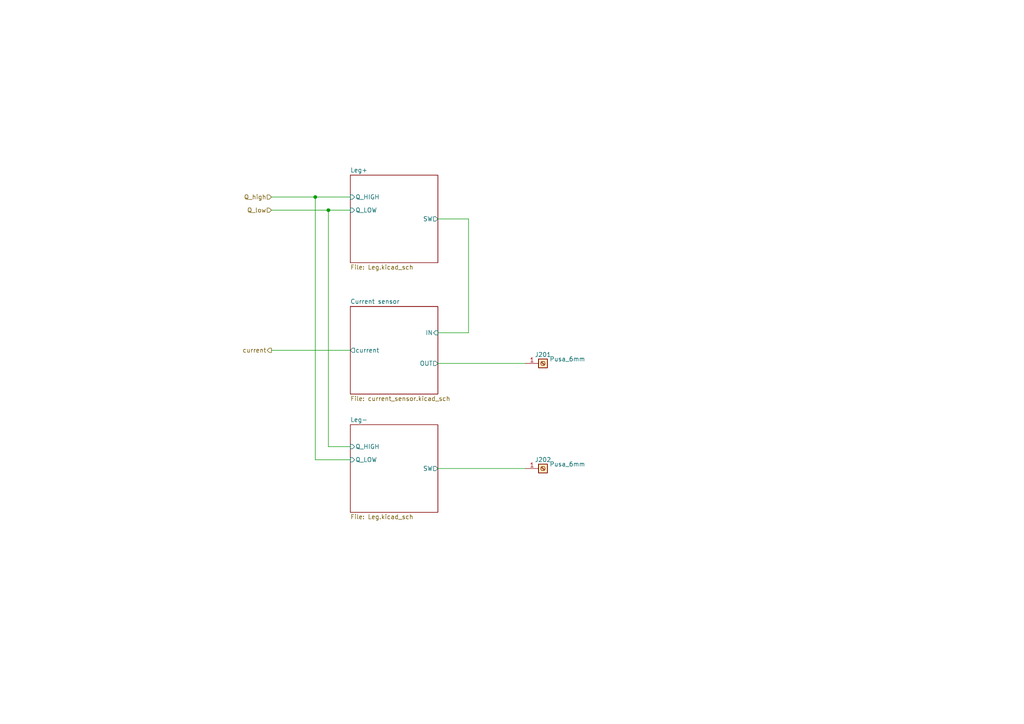
<source format=kicad_sch>
(kicad_sch (version 20211123) (generator eeschema)
  (paper "A4")
  (lib_symbols
    (symbol "Connector:Pusa_6mm" (pin_names (offset 1.016) hide)
      (property "Reference" "J" (at 0 2.54 0))
      (property "Value" "Pusa_6mm" (at 1.905 1.27 0))
      (symbol "Pusa_6mm_1_1"
        (rectangle (start -1.27 1.27) (end 1.27 -1.27) (stroke (width 0.254)) (fill (type background)))
        (polyline (pts (xy -0.5334 0.3302) (xy 0.3302 -0.508)) (stroke (width 0.1524)))
        (polyline (pts (xy -0.3556 0.508) (xy 0.508 -0.3302)) (stroke (width 0.1524)))
        (circle (center 0 0) (radius 0.635) (stroke (width 0.1524)))
        (pin passive line (at -5.08 0 0) (length 3.81) (name "Pin_1") (number "1"))
      )
    )
  )
  (junction (at 95.25 60.96))
  (junction (at 91.44 57.15))
  (wire (pts (xy 95.25 129.54) (xy 95.25 60.96)))
  (wire (pts (xy 95.25 60.96) (xy 101.6 60.96)))
  (wire (pts (xy 135.89 96.52) (xy 135.89 63.5)))
  (wire (pts (xy 78.74 57.15) (xy 91.44 57.15)))
  (wire (pts (xy 127 105.41) (xy 152.4 105.41)))
  (wire (pts (xy 101.6 129.54) (xy 95.25 129.54)))
  (wire (pts (xy 127 135.89) (xy 152.4 135.89)))
  (wire (pts (xy 78.74 101.6) (xy 101.6 101.6)))
  (wire (pts (xy 135.89 63.5) (xy 127 63.5)))
  (wire (pts (xy 78.74 60.96) (xy 95.25 60.96)))
  (wire (pts (xy 91.44 57.15) (xy 101.6 57.15)))
  (wire (pts (xy 127 96.52) (xy 135.89 96.52)))
  (wire (pts (xy 101.6 133.35) (xy 91.44 133.35)))
  (wire (pts (xy 91.44 133.35) (xy 91.44 57.15)))
  (hierarchical_label "current" (shape output) (at 78.74 101.6 180))
  (hierarchical_label "Q_high" (shape input) (at 78.74 57.15 180))
  (hierarchical_label "Q_low" (shape input) (at 78.74 60.96 180))
  (symbol (lib_id "Connector:Pusa_6mm") (at 157.48 105.41 0) (unit 1)
    (property "Reference" "J201" (at 157.48 102.87 0))
    (property "Value" "Pusa_6mm" (at 159.385 104.14 0) (effects (justify left)))
    (property "Footprint" "Connector:Pusa_6mm" (effects hide))
  )
  (symbol (lib_id "Connector:Pusa_6mm") (at 157.48 135.89 0) (unit 1)
    (property "Reference" "J202" (at 157.48 133.35 0))
    (property "Value" "Pusa_6mm" (at 159.385 134.62 0) (effects (justify left)))
    (property "Footprint" "Connector:Pusa_6mm" (effects hide))
  )
  (sheet (at 101.6 88.9) (size 25.4 25.4) (stroke (width 0.1524))
    (property "Sheet name" "Current sensor" (at 101.6 88.1884 0) (effects (justify left bottom)))
    (property "Sheet file" "current_sensor.kicad_sch" (at 101.6 114.8846 0) (effects (justify left top)))
    (pin "IN" input (at 127 96.52 0))
    (pin "OUT" output (at 127 105.41 0))
    (pin "current" output (at 101.6 101.6 180))
  )
  (sheet (at 101.6 123.19) (size 25.4 25.4) (stroke (width 0.1524))
    (property "Sheet name" "Leg-" (at 101.6 122.4784 0) (effects (justify left bottom)))
    (property "Sheet file" "Leg.kicad_sch" (at 101.6 149.1746 0) (effects (justify left top)))
    (pin "SW" output (at 127 135.89 0))
    (pin "Q_HIGH" input (at 101.6 129.54 180))
    (pin "Q_LOW" input (at 101.6 133.35 180))
  )
  (sheet (at 101.6 50.8) (size 25.4 25.4) (stroke (width 0.1524))
    (property "Sheet name" "Leg+" (at 101.6 50.0884 0) (effects (justify left bottom)))
    (property "Sheet file" "Leg.kicad_sch" (at 101.6 76.7846 0) (effects (justify left top)))
    (pin "SW" output (at 127 63.5 0))
    (pin "Q_HIGH" input (at 101.6 57.15 180))
    (pin "Q_LOW" input (at 101.6 60.96 180))
  )
)
</source>
